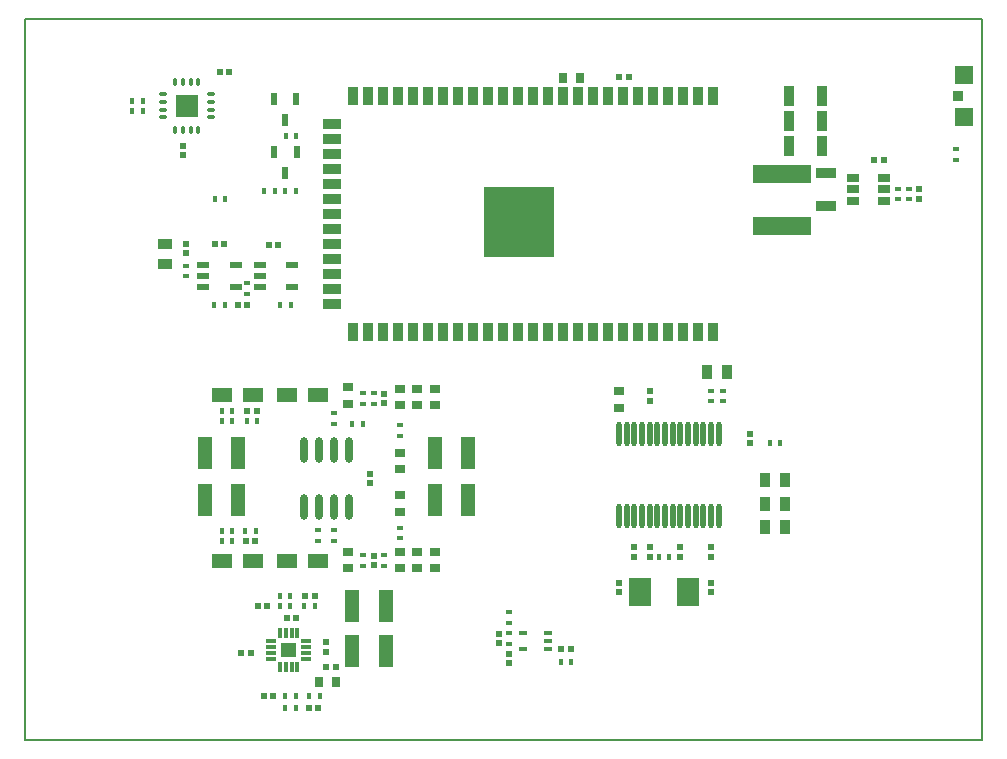
<source format=gtp>
G04*
G04 #@! TF.GenerationSoftware,Altium Limited,Altium Designer,19.0.14 (431)*
G04*
G04 Layer_Color=8421504*
%FSLAX44Y44*%
%MOMM*%
G71*
G01*
G75*
%ADD14C,0.2000*%
%ADD18R,1.9000X1.9000*%
%ADD19R,0.9000X0.9000*%
%ADD20R,1.5000X1.5000*%
%ADD21R,0.5200X0.5200*%
%ADD22R,0.5200X0.5200*%
%ADD23R,0.4500X0.5500*%
%ADD24R,1.0000X0.6000*%
%ADD25R,0.7000X0.9000*%
%ADD26R,0.8500X1.3000*%
%ADD27R,0.9000X0.7000*%
%ADD28R,0.5500X0.4500*%
%ADD29O,0.4500X2.1000*%
%ADD30R,1.3000X0.8500*%
%ADD31R,0.9500X1.7000*%
%ADD32R,1.0000X0.7000*%
%ADD33R,0.6000X1.1000*%
%ADD34R,1.7000X0.9500*%
%ADD35R,4.9000X1.5500*%
%ADD36R,0.8128X0.3048*%
%ADD37R,0.3048X0.8128*%
%ADD38R,0.0254X0.0254*%
%ADD39R,1.8000X1.3000*%
%ADD40O,0.7500X0.3000*%
%ADD41O,0.3000X0.7500*%
G04:AMPARAMS|DCode=42|XSize=0.4mm|YSize=0.65mm|CornerRadius=0.05mm|HoleSize=0mm|Usage=FLASHONLY|Rotation=270.000|XOffset=0mm|YOffset=0mm|HoleType=Round|Shape=RoundedRectangle|*
%AMROUNDEDRECTD42*
21,1,0.4000,0.5500,0,0,270.0*
21,1,0.3000,0.6500,0,0,270.0*
1,1,0.1000,-0.2750,-0.1500*
1,1,0.1000,-0.2750,0.1500*
1,1,0.1000,0.2750,0.1500*
1,1,0.1000,0.2750,-0.1500*
%
%ADD42ROUNDEDRECTD42*%
%ADD43R,1.9000X2.4000*%
%ADD44R,1.2954X2.6924*%
%ADD45O,0.6000X2.2000*%
%ADD46R,0.8600X1.5000*%
%ADD47R,1.5000X0.8600*%
%ADD48R,5.9590X6.0410*%
G36*
X216777Y69777D02*
X229223D01*
Y82223D01*
X216777D01*
Y69777D01*
D02*
G37*
D14*
X0Y0D02*
X810000D01*
X0D02*
X0Y610000D01*
X810000D01*
Y0D02*
Y610000D01*
D18*
X136748Y536749D02*
D03*
D19*
X789500Y545000D02*
D03*
D20*
X795000Y527500D02*
D03*
Y562500D02*
D03*
D21*
X255000Y74500D02*
D03*
Y82500D02*
D03*
X292000Y217000D02*
D03*
Y225000D02*
D03*
X529000Y295000D02*
D03*
Y287000D02*
D03*
X580750Y155000D02*
D03*
Y163000D02*
D03*
X554750Y155000D02*
D03*
Y163000D02*
D03*
X528750Y155000D02*
D03*
Y163000D02*
D03*
X515750Y155000D02*
D03*
Y163000D02*
D03*
X136500Y411757D02*
D03*
Y419757D02*
D03*
X757000Y466000D02*
D03*
Y458000D02*
D03*
X133500Y503000D02*
D03*
Y495000D02*
D03*
X503000Y125000D02*
D03*
Y133000D02*
D03*
X580750Y125000D02*
D03*
Y133000D02*
D03*
X410000Y73000D02*
D03*
Y65000D02*
D03*
X614000Y251000D02*
D03*
Y259000D02*
D03*
X401000Y81500D02*
D03*
Y89500D02*
D03*
X295000Y155672D02*
D03*
Y147672D02*
D03*
X304000Y285000D02*
D03*
Y293000D02*
D03*
D22*
X229500Y103000D02*
D03*
X221500D02*
D03*
X511000Y561000D02*
D03*
X503000D02*
D03*
X255000Y61522D02*
D03*
X263000D02*
D03*
X183000Y73500D02*
D03*
X191000D02*
D03*
X188100Y368000D02*
D03*
X180100D02*
D03*
X206197Y419250D02*
D03*
X214197D02*
D03*
X160500Y420000D02*
D03*
X168500D02*
D03*
X719000Y491000D02*
D03*
X727000D02*
D03*
X173000Y565000D02*
D03*
X165000D02*
D03*
X237000Y122000D02*
D03*
X245000D02*
D03*
X197000Y113000D02*
D03*
X205000D02*
D03*
X240350Y27000D02*
D03*
X248350D02*
D03*
X201850Y37000D02*
D03*
X209850D02*
D03*
X454000Y77000D02*
D03*
X462000D02*
D03*
X195000Y168000D02*
D03*
X187000D02*
D03*
X196000Y278000D02*
D03*
X188000D02*
D03*
D23*
X169500Y457700D02*
D03*
X160500D02*
D03*
X639500Y251000D02*
D03*
X630500D02*
D03*
X225000Y368000D02*
D03*
X216000D02*
D03*
X169000D02*
D03*
X160000D02*
D03*
X90500Y532500D02*
D03*
X99500D02*
D03*
X90500Y541000D02*
D03*
X99500D02*
D03*
X211478Y465000D02*
D03*
X202478D02*
D03*
X229500Y511000D02*
D03*
X220500D02*
D03*
X229000Y465000D02*
D03*
X220000D02*
D03*
X215500Y113000D02*
D03*
X224500D02*
D03*
X236500D02*
D03*
X245500D02*
D03*
X215500Y122000D02*
D03*
X224500D02*
D03*
X220350Y37000D02*
D03*
X229350D02*
D03*
X240350D02*
D03*
X249350D02*
D03*
X220350Y27000D02*
D03*
X229350D02*
D03*
X536500Y154900D02*
D03*
X545500D02*
D03*
X462500Y66000D02*
D03*
X453500D02*
D03*
X166500Y269950D02*
D03*
X175500D02*
D03*
X175500Y278000D02*
D03*
X166500D02*
D03*
X166500Y177000D02*
D03*
X175500D02*
D03*
X175500Y168000D02*
D03*
X166500D02*
D03*
X277000Y267622D02*
D03*
X286000D02*
D03*
X186500Y177000D02*
D03*
X195500D02*
D03*
X187500Y269950D02*
D03*
X196500D02*
D03*
D24*
X198750Y402000D02*
D03*
Y392500D02*
D03*
Y383000D02*
D03*
X226250D02*
D03*
Y402000D02*
D03*
X150750D02*
D03*
Y392500D02*
D03*
Y383000D02*
D03*
X178250D02*
D03*
Y402000D02*
D03*
D25*
X455400Y560000D02*
D03*
X469400D02*
D03*
X249000Y49000D02*
D03*
X263000D02*
D03*
D26*
X626500Y180000D02*
D03*
X643500D02*
D03*
X626500Y200000D02*
D03*
X643500D02*
D03*
X626500Y220000D02*
D03*
X643500D02*
D03*
X577500Y311350D02*
D03*
X594500D02*
D03*
D27*
X502750Y295000D02*
D03*
Y281000D02*
D03*
X317000Y193000D02*
D03*
Y207000D02*
D03*
X273000Y145000D02*
D03*
Y159000D02*
D03*
X317000Y243000D02*
D03*
Y229000D02*
D03*
X273000Y298500D02*
D03*
Y284500D02*
D03*
X347000Y283000D02*
D03*
Y297000D02*
D03*
X332000Y283000D02*
D03*
Y297000D02*
D03*
X317000Y283000D02*
D03*
Y297000D02*
D03*
X347000Y159000D02*
D03*
Y145000D02*
D03*
X332000Y159000D02*
D03*
Y145000D02*
D03*
X317000Y159000D02*
D03*
Y145000D02*
D03*
D28*
X591000Y295500D02*
D03*
Y286500D02*
D03*
X581000Y295500D02*
D03*
Y286500D02*
D03*
X188100Y386500D02*
D03*
Y377500D02*
D03*
X136500Y392500D02*
D03*
Y401500D02*
D03*
X788250Y500000D02*
D03*
Y491000D02*
D03*
X739000Y457500D02*
D03*
Y466500D02*
D03*
X748000Y466500D02*
D03*
Y457500D02*
D03*
X410000Y99000D02*
D03*
Y108000D02*
D03*
Y81000D02*
D03*
Y90000D02*
D03*
X317000Y179500D02*
D03*
Y170500D02*
D03*
X261350Y177500D02*
D03*
Y168500D02*
D03*
X317000Y257500D02*
D03*
Y266500D02*
D03*
X304000Y156122D02*
D03*
Y147122D02*
D03*
X248350Y177500D02*
D03*
Y168500D02*
D03*
X295000Y284500D02*
D03*
Y293500D02*
D03*
X261350Y267500D02*
D03*
Y276500D02*
D03*
X286000Y147172D02*
D03*
Y156172D02*
D03*
Y293500D02*
D03*
Y284500D02*
D03*
D29*
X502750Y189500D02*
D03*
X509250D02*
D03*
X515750D02*
D03*
X522250D02*
D03*
X528750D02*
D03*
X535250D02*
D03*
X541750D02*
D03*
X548250D02*
D03*
X554750D02*
D03*
X561250D02*
D03*
X567750D02*
D03*
X574250D02*
D03*
X580750D02*
D03*
X587250D02*
D03*
X502750Y258500D02*
D03*
X509250D02*
D03*
X515750D02*
D03*
X522250D02*
D03*
X528750D02*
D03*
X535250D02*
D03*
X541750D02*
D03*
X548250D02*
D03*
X554750D02*
D03*
X561250D02*
D03*
X567750D02*
D03*
X574250D02*
D03*
X580750D02*
D03*
X587250D02*
D03*
D30*
X118000Y419500D02*
D03*
Y402500D02*
D03*
D31*
X647000Y503000D02*
D03*
X675000D02*
D03*
X647000Y524000D02*
D03*
X675000D02*
D03*
X647000Y544900D02*
D03*
X675000D02*
D03*
D32*
X727000Y475500D02*
D03*
Y466000D02*
D03*
Y456500D02*
D03*
X701000D02*
D03*
Y466000D02*
D03*
Y475500D02*
D03*
D33*
X229850Y498000D02*
D03*
X210850D02*
D03*
X220350Y480000D02*
D03*
X229500Y542500D02*
D03*
X210500D02*
D03*
X220000Y524500D02*
D03*
D34*
X678000Y452000D02*
D03*
Y480000D02*
D03*
D35*
X641000Y479250D02*
D03*
Y434750D02*
D03*
D36*
X237478Y68500D02*
D03*
Y73500D02*
D03*
Y78500D02*
D03*
Y83500D02*
D03*
X208522D02*
D03*
Y78500D02*
D03*
Y73500D02*
D03*
Y68500D02*
D03*
D37*
X230500Y90478D02*
D03*
X225500D02*
D03*
X220500D02*
D03*
X215500D02*
D03*
Y61522D02*
D03*
X220500D02*
D03*
X225500D02*
D03*
X230500D02*
D03*
D38*
X223000Y76000D02*
D03*
D39*
X167000Y151000D02*
D03*
X193000D02*
D03*
X222000D02*
D03*
X248000D02*
D03*
X167000Y292000D02*
D03*
X193000D02*
D03*
X222000D02*
D03*
X248000D02*
D03*
D40*
X157000Y546500D02*
D03*
Y540000D02*
D03*
Y533500D02*
D03*
Y527000D02*
D03*
X116500D02*
D03*
Y533500D02*
D03*
Y540000D02*
D03*
Y546500D02*
D03*
D41*
X146500Y516500D02*
D03*
X140000D02*
D03*
X133500D02*
D03*
X127000D02*
D03*
Y557000D02*
D03*
X133500D02*
D03*
X140000D02*
D03*
X146500D02*
D03*
D42*
X442250Y77100D02*
D03*
Y83600D02*
D03*
Y90100D02*
D03*
X421750D02*
D03*
Y77100D02*
D03*
D43*
X520500Y125000D02*
D03*
X561500D02*
D03*
D44*
X276903Y75478D02*
D03*
X305097D02*
D03*
X276903Y113478D02*
D03*
X305097D02*
D03*
X375097Y243000D02*
D03*
X346903D02*
D03*
X180097D02*
D03*
X151903D02*
D03*
X375097Y203000D02*
D03*
X346903D02*
D03*
X180097D02*
D03*
X151903D02*
D03*
D45*
X274050Y245000D02*
D03*
X261350D02*
D03*
X248650D02*
D03*
X235950D02*
D03*
X274050Y197000D02*
D03*
X261350D02*
D03*
X248650D02*
D03*
X235950D02*
D03*
D46*
X582400Y544900D02*
D03*
X569700Y545000D02*
D03*
X557000D02*
D03*
X544300D02*
D03*
X531600D02*
D03*
X518900D02*
D03*
X506200D02*
D03*
X493500D02*
D03*
X480800D02*
D03*
X468100D02*
D03*
X455400D02*
D03*
X442700D02*
D03*
X430000D02*
D03*
X417300D02*
D03*
X404600D02*
D03*
X391900D02*
D03*
X379200D02*
D03*
X366500D02*
D03*
X353800D02*
D03*
X341100D02*
D03*
X328400D02*
D03*
X315700D02*
D03*
X303000D02*
D03*
X290300D02*
D03*
X277600D02*
D03*
Y344900D02*
D03*
X290300D02*
D03*
X303000D02*
D03*
X315700D02*
D03*
X328400D02*
D03*
X341100D02*
D03*
X353800D02*
D03*
X366500D02*
D03*
X379200D02*
D03*
X391900D02*
D03*
X404600D02*
D03*
X417300D02*
D03*
X430000D02*
D03*
X442700D02*
D03*
X455400D02*
D03*
X468100D02*
D03*
X480800D02*
D03*
X493500D02*
D03*
X506200D02*
D03*
X518900D02*
D03*
X531600D02*
D03*
X544300D02*
D03*
X557000D02*
D03*
X569700D02*
D03*
X582400D02*
D03*
D47*
X260100Y368800D02*
D03*
Y381500D02*
D03*
Y394200D02*
D03*
Y406900D02*
D03*
Y419600D02*
D03*
Y432300D02*
D03*
Y445000D02*
D03*
Y457700D02*
D03*
Y470400D02*
D03*
Y483100D02*
D03*
Y495800D02*
D03*
Y508500D02*
D03*
Y521200D02*
D03*
D48*
X418258Y438686D02*
D03*
M02*

</source>
